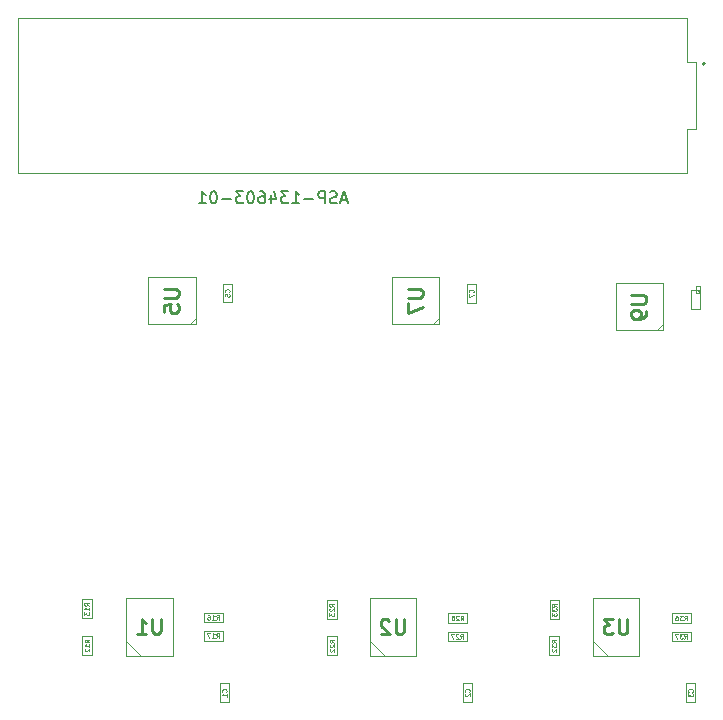
<source format=gbr>
G04 #@! TF.GenerationSoftware,KiCad,Pcbnew,(6.0.4-0)*
G04 #@! TF.CreationDate,2022-07-08T14:42:34+02:00*
G04 #@! TF.ProjectId,adapter_hybrid_assistor_hpc_3HDMI,61646170-7465-4725-9f68-79627269645f,rev?*
G04 #@! TF.SameCoordinates,Original*
G04 #@! TF.FileFunction,AssemblyDrawing,Bot*
%FSLAX46Y46*%
G04 Gerber Fmt 4.6, Leading zero omitted, Abs format (unit mm)*
G04 Created by KiCad (PCBNEW (6.0.4-0)) date 2022-07-08 14:42:34*
%MOMM*%
%LPD*%
G01*
G04 APERTURE LIST*
%ADD10C,0.060000*%
%ADD11C,0.150000*%
%ADD12C,0.254000*%
%ADD13C,0.100000*%
%ADD14C,0.200000*%
G04 APERTURE END LIST*
D10*
X123632857Y-125113333D02*
X123651904Y-125094285D01*
X123670952Y-125037142D01*
X123670952Y-124999047D01*
X123651904Y-124941904D01*
X123613809Y-124903809D01*
X123575714Y-124884761D01*
X123499523Y-124865714D01*
X123442380Y-124865714D01*
X123366190Y-124884761D01*
X123328095Y-124903809D01*
X123290000Y-124941904D01*
X123270952Y-124999047D01*
X123270952Y-125037142D01*
X123290000Y-125094285D01*
X123309047Y-125113333D01*
X123270952Y-125475238D02*
X123270952Y-125284761D01*
X123461428Y-125265714D01*
X123442380Y-125284761D01*
X123423333Y-125322857D01*
X123423333Y-125418095D01*
X123442380Y-125456190D01*
X123461428Y-125475238D01*
X123499523Y-125494285D01*
X123594761Y-125494285D01*
X123632857Y-125475238D01*
X123651904Y-125456190D01*
X123670952Y-125418095D01*
X123670952Y-125322857D01*
X123651904Y-125284761D01*
X123632857Y-125265714D01*
X144282857Y-125133333D02*
X144301904Y-125114285D01*
X144320952Y-125057142D01*
X144320952Y-125019047D01*
X144301904Y-124961904D01*
X144263809Y-124923809D01*
X144225714Y-124904761D01*
X144149523Y-124885714D01*
X144092380Y-124885714D01*
X144016190Y-124904761D01*
X143978095Y-124923809D01*
X143940000Y-124961904D01*
X143920952Y-125019047D01*
X143920952Y-125057142D01*
X143940000Y-125114285D01*
X143959047Y-125133333D01*
X143920952Y-125266666D02*
X143920952Y-125533333D01*
X144320952Y-125361904D01*
D11*
X133581904Y-117296666D02*
X133105714Y-117296666D01*
X133677142Y-117582380D02*
X133343809Y-116582380D01*
X133010476Y-117582380D01*
X132724761Y-117534761D02*
X132581904Y-117582380D01*
X132343809Y-117582380D01*
X132248571Y-117534761D01*
X132200952Y-117487142D01*
X132153333Y-117391904D01*
X132153333Y-117296666D01*
X132200952Y-117201428D01*
X132248571Y-117153809D01*
X132343809Y-117106190D01*
X132534285Y-117058571D01*
X132629523Y-117010952D01*
X132677142Y-116963333D01*
X132724761Y-116868095D01*
X132724761Y-116772857D01*
X132677142Y-116677619D01*
X132629523Y-116630000D01*
X132534285Y-116582380D01*
X132296190Y-116582380D01*
X132153333Y-116630000D01*
X131724761Y-117582380D02*
X131724761Y-116582380D01*
X131343809Y-116582380D01*
X131248571Y-116630000D01*
X131200952Y-116677619D01*
X131153333Y-116772857D01*
X131153333Y-116915714D01*
X131200952Y-117010952D01*
X131248571Y-117058571D01*
X131343809Y-117106190D01*
X131724761Y-117106190D01*
X130724761Y-117201428D02*
X129962857Y-117201428D01*
X128962857Y-117582380D02*
X129534285Y-117582380D01*
X129248571Y-117582380D02*
X129248571Y-116582380D01*
X129343809Y-116725238D01*
X129439047Y-116820476D01*
X129534285Y-116868095D01*
X128629523Y-116582380D02*
X128010476Y-116582380D01*
X128343809Y-116963333D01*
X128200952Y-116963333D01*
X128105714Y-117010952D01*
X128058095Y-117058571D01*
X128010476Y-117153809D01*
X128010476Y-117391904D01*
X128058095Y-117487142D01*
X128105714Y-117534761D01*
X128200952Y-117582380D01*
X128486666Y-117582380D01*
X128581904Y-117534761D01*
X128629523Y-117487142D01*
X127153333Y-116915714D02*
X127153333Y-117582380D01*
X127391428Y-116534761D02*
X127629523Y-117249047D01*
X127010476Y-117249047D01*
X126200952Y-116582380D02*
X126391428Y-116582380D01*
X126486666Y-116630000D01*
X126534285Y-116677619D01*
X126629523Y-116820476D01*
X126677142Y-117010952D01*
X126677142Y-117391904D01*
X126629523Y-117487142D01*
X126581904Y-117534761D01*
X126486666Y-117582380D01*
X126296190Y-117582380D01*
X126200952Y-117534761D01*
X126153333Y-117487142D01*
X126105714Y-117391904D01*
X126105714Y-117153809D01*
X126153333Y-117058571D01*
X126200952Y-117010952D01*
X126296190Y-116963333D01*
X126486666Y-116963333D01*
X126581904Y-117010952D01*
X126629523Y-117058571D01*
X126677142Y-117153809D01*
X125486666Y-116582380D02*
X125391428Y-116582380D01*
X125296190Y-116630000D01*
X125248571Y-116677619D01*
X125200952Y-116772857D01*
X125153333Y-116963333D01*
X125153333Y-117201428D01*
X125200952Y-117391904D01*
X125248571Y-117487142D01*
X125296190Y-117534761D01*
X125391428Y-117582380D01*
X125486666Y-117582380D01*
X125581904Y-117534761D01*
X125629523Y-117487142D01*
X125677142Y-117391904D01*
X125724761Y-117201428D01*
X125724761Y-116963333D01*
X125677142Y-116772857D01*
X125629523Y-116677619D01*
X125581904Y-116630000D01*
X125486666Y-116582380D01*
X124820000Y-116582380D02*
X124200952Y-116582380D01*
X124534285Y-116963333D01*
X124391428Y-116963333D01*
X124296190Y-117010952D01*
X124248571Y-117058571D01*
X124200952Y-117153809D01*
X124200952Y-117391904D01*
X124248571Y-117487142D01*
X124296190Y-117534761D01*
X124391428Y-117582380D01*
X124677142Y-117582380D01*
X124772380Y-117534761D01*
X124820000Y-117487142D01*
X123772380Y-117201428D02*
X123010476Y-117201428D01*
X122343809Y-116582380D02*
X122248571Y-116582380D01*
X122153333Y-116630000D01*
X122105714Y-116677619D01*
X122058095Y-116772857D01*
X122010476Y-116963333D01*
X122010476Y-117201428D01*
X122058095Y-117391904D01*
X122105714Y-117487142D01*
X122153333Y-117534761D01*
X122248571Y-117582380D01*
X122343809Y-117582380D01*
X122439047Y-117534761D01*
X122486666Y-117487142D01*
X122534285Y-117391904D01*
X122581904Y-117201428D01*
X122581904Y-116963333D01*
X122534285Y-116772857D01*
X122486666Y-116677619D01*
X122439047Y-116630000D01*
X122343809Y-116582380D01*
X121058095Y-117582380D02*
X121629523Y-117582380D01*
X121343809Y-117582380D02*
X121343809Y-116582380D01*
X121439047Y-116725238D01*
X121534285Y-116820476D01*
X121629523Y-116868095D01*
D12*
X138724523Y-124842380D02*
X139752619Y-124842380D01*
X139873571Y-124902857D01*
X139934047Y-124963333D01*
X139994523Y-125084285D01*
X139994523Y-125326190D01*
X139934047Y-125447142D01*
X139873571Y-125507619D01*
X139752619Y-125568095D01*
X138724523Y-125568095D01*
X138724523Y-126051904D02*
X138724523Y-126898571D01*
X139994523Y-126354285D01*
X157674523Y-125352380D02*
X158702619Y-125352380D01*
X158823571Y-125412857D01*
X158884047Y-125473333D01*
X158944523Y-125594285D01*
X158944523Y-125836190D01*
X158884047Y-125957142D01*
X158823571Y-126017619D01*
X158702619Y-126078095D01*
X157674523Y-126078095D01*
X158944523Y-126743333D02*
X158944523Y-126985238D01*
X158884047Y-127106190D01*
X158823571Y-127166666D01*
X158642142Y-127287619D01*
X158400238Y-127348095D01*
X157916428Y-127348095D01*
X157795476Y-127287619D01*
X157735000Y-127227142D01*
X157674523Y-127106190D01*
X157674523Y-126864285D01*
X157735000Y-126743333D01*
X157795476Y-126682857D01*
X157916428Y-126622380D01*
X158218809Y-126622380D01*
X158339761Y-126682857D01*
X158400238Y-126743333D01*
X158460714Y-126864285D01*
X158460714Y-127106190D01*
X158400238Y-127227142D01*
X158339761Y-127287619D01*
X158218809Y-127348095D01*
X118094523Y-124842380D02*
X119122619Y-124842380D01*
X119243571Y-124902857D01*
X119304047Y-124963333D01*
X119364523Y-125084285D01*
X119364523Y-125326190D01*
X119304047Y-125447142D01*
X119243571Y-125507619D01*
X119122619Y-125568095D01*
X118094523Y-125568095D01*
X118094523Y-126777619D02*
X118094523Y-126172857D01*
X118699285Y-126112380D01*
X118638809Y-126172857D01*
X118578333Y-126293809D01*
X118578333Y-126596190D01*
X118638809Y-126717142D01*
X118699285Y-126777619D01*
X118820238Y-126838095D01*
X119122619Y-126838095D01*
X119243571Y-126777619D01*
X119304047Y-126717142D01*
X119364523Y-126596190D01*
X119364523Y-126293809D01*
X119304047Y-126172857D01*
X119243571Y-126112380D01*
D10*
X163486857Y-124804333D02*
X163505904Y-124785285D01*
X163524952Y-124728142D01*
X163524952Y-124690047D01*
X163505904Y-124632904D01*
X163467809Y-124594809D01*
X163429714Y-124575761D01*
X163353523Y-124556714D01*
X163296380Y-124556714D01*
X163220190Y-124575761D01*
X163182095Y-124594809D01*
X163144000Y-124632904D01*
X163124952Y-124690047D01*
X163124952Y-124728142D01*
X163144000Y-124785285D01*
X163163047Y-124804333D01*
X163524952Y-124994809D02*
X163524952Y-125071000D01*
X163505904Y-125109095D01*
X163486857Y-125128142D01*
X163429714Y-125166238D01*
X163353523Y-125185285D01*
X163201142Y-125185285D01*
X163163047Y-125166238D01*
X163144000Y-125147190D01*
X163124952Y-125109095D01*
X163124952Y-125032904D01*
X163144000Y-124994809D01*
X163163047Y-124975761D01*
X163201142Y-124956714D01*
X163296380Y-124956714D01*
X163334476Y-124975761D01*
X163353523Y-124994809D01*
X163372571Y-125032904D01*
X163372571Y-125109095D01*
X163353523Y-125147190D01*
X163334476Y-125166238D01*
X163296380Y-125185285D01*
X162842857Y-158943333D02*
X162861904Y-158924285D01*
X162880952Y-158867142D01*
X162880952Y-158829047D01*
X162861904Y-158771904D01*
X162823809Y-158733809D01*
X162785714Y-158714761D01*
X162709523Y-158695714D01*
X162652380Y-158695714D01*
X162576190Y-158714761D01*
X162538095Y-158733809D01*
X162500000Y-158771904D01*
X162480952Y-158829047D01*
X162480952Y-158867142D01*
X162500000Y-158924285D01*
X162519047Y-158943333D01*
X162480952Y-159076666D02*
X162480952Y-159324285D01*
X162633333Y-159190952D01*
X162633333Y-159248095D01*
X162652380Y-159286190D01*
X162671428Y-159305238D01*
X162709523Y-159324285D01*
X162804761Y-159324285D01*
X162842857Y-159305238D01*
X162861904Y-159286190D01*
X162880952Y-159248095D01*
X162880952Y-159133809D01*
X162861904Y-159095714D01*
X162842857Y-159076666D01*
X143212142Y-152900952D02*
X143345476Y-152710476D01*
X143440714Y-152900952D02*
X143440714Y-152500952D01*
X143288333Y-152500952D01*
X143250238Y-152520000D01*
X143231190Y-152539047D01*
X143212142Y-152577142D01*
X143212142Y-152634285D01*
X143231190Y-152672380D01*
X143250238Y-152691428D01*
X143288333Y-152710476D01*
X143440714Y-152710476D01*
X143059761Y-152539047D02*
X143040714Y-152520000D01*
X143002619Y-152500952D01*
X142907380Y-152500952D01*
X142869285Y-152520000D01*
X142850238Y-152539047D01*
X142831190Y-152577142D01*
X142831190Y-152615238D01*
X142850238Y-152672380D01*
X143078809Y-152900952D01*
X142831190Y-152900952D01*
X142488333Y-152500952D02*
X142564523Y-152500952D01*
X142602619Y-152520000D01*
X142621666Y-152539047D01*
X142659761Y-152596190D01*
X142678809Y-152672380D01*
X142678809Y-152824761D01*
X142659761Y-152862857D01*
X142640714Y-152881904D01*
X142602619Y-152900952D01*
X142526428Y-152900952D01*
X142488333Y-152881904D01*
X142469285Y-152862857D01*
X142450238Y-152824761D01*
X142450238Y-152729523D01*
X142469285Y-152691428D01*
X142488333Y-152672380D01*
X142526428Y-152653333D01*
X142602619Y-152653333D01*
X142640714Y-152672380D01*
X142659761Y-152691428D01*
X142678809Y-152729523D01*
X111780952Y-154767857D02*
X111590476Y-154634523D01*
X111780952Y-154539285D02*
X111380952Y-154539285D01*
X111380952Y-154691666D01*
X111400000Y-154729761D01*
X111419047Y-154748809D01*
X111457142Y-154767857D01*
X111514285Y-154767857D01*
X111552380Y-154748809D01*
X111571428Y-154729761D01*
X111590476Y-154691666D01*
X111590476Y-154539285D01*
X111780952Y-155148809D02*
X111780952Y-154920238D01*
X111780952Y-155034523D02*
X111380952Y-155034523D01*
X111438095Y-154996428D01*
X111476190Y-154958333D01*
X111495238Y-154920238D01*
X111419047Y-155301190D02*
X111400000Y-155320238D01*
X111380952Y-155358333D01*
X111380952Y-155453571D01*
X111400000Y-155491666D01*
X111419047Y-155510714D01*
X111457142Y-155529761D01*
X111495238Y-155529761D01*
X111552380Y-155510714D01*
X111780952Y-155282142D01*
X111780952Y-155529761D01*
D12*
X117846619Y-152744523D02*
X117846619Y-153772619D01*
X117786142Y-153893571D01*
X117725666Y-153954047D01*
X117604714Y-154014523D01*
X117362809Y-154014523D01*
X117241857Y-153954047D01*
X117181380Y-153893571D01*
X117120904Y-153772619D01*
X117120904Y-152744523D01*
X115850904Y-154014523D02*
X116576619Y-154014523D01*
X116213761Y-154014523D02*
X116213761Y-152744523D01*
X116334714Y-152925952D01*
X116455666Y-153046904D01*
X116576619Y-153107380D01*
X157327619Y-152794523D02*
X157327619Y-153822619D01*
X157267142Y-153943571D01*
X157206666Y-154004047D01*
X157085714Y-154064523D01*
X156843809Y-154064523D01*
X156722857Y-154004047D01*
X156662380Y-153943571D01*
X156601904Y-153822619D01*
X156601904Y-152794523D01*
X156118095Y-152794523D02*
X155331904Y-152794523D01*
X155755238Y-153278333D01*
X155573809Y-153278333D01*
X155452857Y-153338809D01*
X155392380Y-153399285D01*
X155331904Y-153520238D01*
X155331904Y-153822619D01*
X155392380Y-153943571D01*
X155452857Y-154004047D01*
X155573809Y-154064523D01*
X155936666Y-154064523D01*
X156057619Y-154004047D01*
X156118095Y-153943571D01*
X138437619Y-152794523D02*
X138437619Y-153822619D01*
X138377142Y-153943571D01*
X138316666Y-154004047D01*
X138195714Y-154064523D01*
X137953809Y-154064523D01*
X137832857Y-154004047D01*
X137772380Y-153943571D01*
X137711904Y-153822619D01*
X137711904Y-152794523D01*
X137167619Y-152915476D02*
X137107142Y-152855000D01*
X136986190Y-152794523D01*
X136683809Y-152794523D01*
X136562857Y-152855000D01*
X136502380Y-152915476D01*
X136441904Y-153036428D01*
X136441904Y-153157380D01*
X136502380Y-153338809D01*
X137228095Y-154064523D01*
X136441904Y-154064523D01*
D10*
X162162142Y-152900952D02*
X162295476Y-152710476D01*
X162390714Y-152900952D02*
X162390714Y-152500952D01*
X162238333Y-152500952D01*
X162200238Y-152520000D01*
X162181190Y-152539047D01*
X162162142Y-152577142D01*
X162162142Y-152634285D01*
X162181190Y-152672380D01*
X162200238Y-152691428D01*
X162238333Y-152710476D01*
X162390714Y-152710476D01*
X162028809Y-152500952D02*
X161781190Y-152500952D01*
X161914523Y-152653333D01*
X161857380Y-152653333D01*
X161819285Y-152672380D01*
X161800238Y-152691428D01*
X161781190Y-152729523D01*
X161781190Y-152824761D01*
X161800238Y-152862857D01*
X161819285Y-152881904D01*
X161857380Y-152900952D01*
X161971666Y-152900952D01*
X162009761Y-152881904D01*
X162028809Y-152862857D01*
X161438333Y-152500952D02*
X161514523Y-152500952D01*
X161552619Y-152520000D01*
X161571666Y-152539047D01*
X161609761Y-152596190D01*
X161628809Y-152672380D01*
X161628809Y-152824761D01*
X161609761Y-152862857D01*
X161590714Y-152881904D01*
X161552619Y-152900952D01*
X161476428Y-152900952D01*
X161438333Y-152881904D01*
X161419285Y-152862857D01*
X161400238Y-152824761D01*
X161400238Y-152729523D01*
X161419285Y-152691428D01*
X161438333Y-152672380D01*
X161476428Y-152653333D01*
X161552619Y-152653333D01*
X161590714Y-152672380D01*
X161609761Y-152691428D01*
X161628809Y-152729523D01*
X122542142Y-152830952D02*
X122675476Y-152640476D01*
X122770714Y-152830952D02*
X122770714Y-152430952D01*
X122618333Y-152430952D01*
X122580238Y-152450000D01*
X122561190Y-152469047D01*
X122542142Y-152507142D01*
X122542142Y-152564285D01*
X122561190Y-152602380D01*
X122580238Y-152621428D01*
X122618333Y-152640476D01*
X122770714Y-152640476D01*
X122161190Y-152830952D02*
X122389761Y-152830952D01*
X122275476Y-152830952D02*
X122275476Y-152430952D01*
X122313571Y-152488095D01*
X122351666Y-152526190D01*
X122389761Y-152545238D01*
X121818333Y-152430952D02*
X121894523Y-152430952D01*
X121932619Y-152450000D01*
X121951666Y-152469047D01*
X121989761Y-152526190D01*
X122008809Y-152602380D01*
X122008809Y-152754761D01*
X121989761Y-152792857D01*
X121970714Y-152811904D01*
X121932619Y-152830952D01*
X121856428Y-152830952D01*
X121818333Y-152811904D01*
X121799285Y-152792857D01*
X121780238Y-152754761D01*
X121780238Y-152659523D01*
X121799285Y-152621428D01*
X121818333Y-152602380D01*
X121856428Y-152583333D01*
X121932619Y-152583333D01*
X121970714Y-152602380D01*
X121989761Y-152621428D01*
X122008809Y-152659523D01*
X143192142Y-154450952D02*
X143325476Y-154260476D01*
X143420714Y-154450952D02*
X143420714Y-154050952D01*
X143268333Y-154050952D01*
X143230238Y-154070000D01*
X143211190Y-154089047D01*
X143192142Y-154127142D01*
X143192142Y-154184285D01*
X143211190Y-154222380D01*
X143230238Y-154241428D01*
X143268333Y-154260476D01*
X143420714Y-154260476D01*
X143039761Y-154089047D02*
X143020714Y-154070000D01*
X142982619Y-154050952D01*
X142887380Y-154050952D01*
X142849285Y-154070000D01*
X142830238Y-154089047D01*
X142811190Y-154127142D01*
X142811190Y-154165238D01*
X142830238Y-154222380D01*
X143058809Y-154450952D01*
X142811190Y-154450952D01*
X142677857Y-154050952D02*
X142411190Y-154050952D01*
X142582619Y-154450952D01*
X132530952Y-154787857D02*
X132340476Y-154654523D01*
X132530952Y-154559285D02*
X132130952Y-154559285D01*
X132130952Y-154711666D01*
X132150000Y-154749761D01*
X132169047Y-154768809D01*
X132207142Y-154787857D01*
X132264285Y-154787857D01*
X132302380Y-154768809D01*
X132321428Y-154749761D01*
X132340476Y-154711666D01*
X132340476Y-154559285D01*
X132169047Y-154940238D02*
X132150000Y-154959285D01*
X132130952Y-154997380D01*
X132130952Y-155092619D01*
X132150000Y-155130714D01*
X132169047Y-155149761D01*
X132207142Y-155168809D01*
X132245238Y-155168809D01*
X132302380Y-155149761D01*
X132530952Y-154921190D01*
X132530952Y-155168809D01*
X132169047Y-155321190D02*
X132150000Y-155340238D01*
X132130952Y-155378333D01*
X132130952Y-155473571D01*
X132150000Y-155511666D01*
X132169047Y-155530714D01*
X132207142Y-155549761D01*
X132245238Y-155549761D01*
X132302380Y-155530714D01*
X132530952Y-155302142D01*
X132530952Y-155549761D01*
X123372857Y-158963333D02*
X123391904Y-158944285D01*
X123410952Y-158887142D01*
X123410952Y-158849047D01*
X123391904Y-158791904D01*
X123353809Y-158753809D01*
X123315714Y-158734761D01*
X123239523Y-158715714D01*
X123182380Y-158715714D01*
X123106190Y-158734761D01*
X123068095Y-158753809D01*
X123030000Y-158791904D01*
X123010952Y-158849047D01*
X123010952Y-158887142D01*
X123030000Y-158944285D01*
X123049047Y-158963333D01*
X123410952Y-159344285D02*
X123410952Y-159115714D01*
X123410952Y-159230000D02*
X123010952Y-159230000D01*
X123068095Y-159191904D01*
X123106190Y-159153809D01*
X123125238Y-159115714D01*
X132510952Y-151747857D02*
X132320476Y-151614523D01*
X132510952Y-151519285D02*
X132110952Y-151519285D01*
X132110952Y-151671666D01*
X132130000Y-151709761D01*
X132149047Y-151728809D01*
X132187142Y-151747857D01*
X132244285Y-151747857D01*
X132282380Y-151728809D01*
X132301428Y-151709761D01*
X132320476Y-151671666D01*
X132320476Y-151519285D01*
X132149047Y-151900238D02*
X132130000Y-151919285D01*
X132110952Y-151957380D01*
X132110952Y-152052619D01*
X132130000Y-152090714D01*
X132149047Y-152109761D01*
X132187142Y-152128809D01*
X132225238Y-152128809D01*
X132282380Y-152109761D01*
X132510952Y-151881190D01*
X132510952Y-152128809D01*
X132110952Y-152262142D02*
X132110952Y-152509761D01*
X132263333Y-152376428D01*
X132263333Y-152433571D01*
X132282380Y-152471666D01*
X132301428Y-152490714D01*
X132339523Y-152509761D01*
X132434761Y-152509761D01*
X132472857Y-152490714D01*
X132491904Y-152471666D01*
X132510952Y-152433571D01*
X132510952Y-152319285D01*
X132491904Y-152281190D01*
X132472857Y-152262142D01*
X151330952Y-154787857D02*
X151140476Y-154654523D01*
X151330952Y-154559285D02*
X150930952Y-154559285D01*
X150930952Y-154711666D01*
X150950000Y-154749761D01*
X150969047Y-154768809D01*
X151007142Y-154787857D01*
X151064285Y-154787857D01*
X151102380Y-154768809D01*
X151121428Y-154749761D01*
X151140476Y-154711666D01*
X151140476Y-154559285D01*
X150930952Y-154921190D02*
X150930952Y-155168809D01*
X151083333Y-155035476D01*
X151083333Y-155092619D01*
X151102380Y-155130714D01*
X151121428Y-155149761D01*
X151159523Y-155168809D01*
X151254761Y-155168809D01*
X151292857Y-155149761D01*
X151311904Y-155130714D01*
X151330952Y-155092619D01*
X151330952Y-154978333D01*
X151311904Y-154940238D01*
X151292857Y-154921190D01*
X150969047Y-155321190D02*
X150950000Y-155340238D01*
X150930952Y-155378333D01*
X150930952Y-155473571D01*
X150950000Y-155511666D01*
X150969047Y-155530714D01*
X151007142Y-155549761D01*
X151045238Y-155549761D01*
X151102380Y-155530714D01*
X151330952Y-155302142D01*
X151330952Y-155549761D01*
X143942857Y-158943333D02*
X143961904Y-158924285D01*
X143980952Y-158867142D01*
X143980952Y-158829047D01*
X143961904Y-158771904D01*
X143923809Y-158733809D01*
X143885714Y-158714761D01*
X143809523Y-158695714D01*
X143752380Y-158695714D01*
X143676190Y-158714761D01*
X143638095Y-158733809D01*
X143600000Y-158771904D01*
X143580952Y-158829047D01*
X143580952Y-158867142D01*
X143600000Y-158924285D01*
X143619047Y-158943333D01*
X143619047Y-159095714D02*
X143600000Y-159114761D01*
X143580952Y-159152857D01*
X143580952Y-159248095D01*
X143600000Y-159286190D01*
X143619047Y-159305238D01*
X143657142Y-159324285D01*
X143695238Y-159324285D01*
X143752380Y-159305238D01*
X143980952Y-159076666D01*
X143980952Y-159324285D01*
X151340952Y-151747857D02*
X151150476Y-151614523D01*
X151340952Y-151519285D02*
X150940952Y-151519285D01*
X150940952Y-151671666D01*
X150960000Y-151709761D01*
X150979047Y-151728809D01*
X151017142Y-151747857D01*
X151074285Y-151747857D01*
X151112380Y-151728809D01*
X151131428Y-151709761D01*
X151150476Y-151671666D01*
X151150476Y-151519285D01*
X150940952Y-151881190D02*
X150940952Y-152128809D01*
X151093333Y-151995476D01*
X151093333Y-152052619D01*
X151112380Y-152090714D01*
X151131428Y-152109761D01*
X151169523Y-152128809D01*
X151264761Y-152128809D01*
X151302857Y-152109761D01*
X151321904Y-152090714D01*
X151340952Y-152052619D01*
X151340952Y-151938333D01*
X151321904Y-151900238D01*
X151302857Y-151881190D01*
X150940952Y-152262142D02*
X150940952Y-152509761D01*
X151093333Y-152376428D01*
X151093333Y-152433571D01*
X151112380Y-152471666D01*
X151131428Y-152490714D01*
X151169523Y-152509761D01*
X151264761Y-152509761D01*
X151302857Y-152490714D01*
X151321904Y-152471666D01*
X151340952Y-152433571D01*
X151340952Y-152319285D01*
X151321904Y-152281190D01*
X151302857Y-152262142D01*
X111770952Y-151662857D02*
X111580476Y-151529523D01*
X111770952Y-151434285D02*
X111370952Y-151434285D01*
X111370952Y-151586666D01*
X111390000Y-151624761D01*
X111409047Y-151643809D01*
X111447142Y-151662857D01*
X111504285Y-151662857D01*
X111542380Y-151643809D01*
X111561428Y-151624761D01*
X111580476Y-151586666D01*
X111580476Y-151434285D01*
X111770952Y-152043809D02*
X111770952Y-151815238D01*
X111770952Y-151929523D02*
X111370952Y-151929523D01*
X111428095Y-151891428D01*
X111466190Y-151853333D01*
X111485238Y-151815238D01*
X111370952Y-152177142D02*
X111370952Y-152424761D01*
X111523333Y-152291428D01*
X111523333Y-152348571D01*
X111542380Y-152386666D01*
X111561428Y-152405714D01*
X111599523Y-152424761D01*
X111694761Y-152424761D01*
X111732857Y-152405714D01*
X111751904Y-152386666D01*
X111770952Y-152348571D01*
X111770952Y-152234285D01*
X111751904Y-152196190D01*
X111732857Y-152177142D01*
X162142142Y-154450952D02*
X162275476Y-154260476D01*
X162370714Y-154450952D02*
X162370714Y-154050952D01*
X162218333Y-154050952D01*
X162180238Y-154070000D01*
X162161190Y-154089047D01*
X162142142Y-154127142D01*
X162142142Y-154184285D01*
X162161190Y-154222380D01*
X162180238Y-154241428D01*
X162218333Y-154260476D01*
X162370714Y-154260476D01*
X162008809Y-154050952D02*
X161761190Y-154050952D01*
X161894523Y-154203333D01*
X161837380Y-154203333D01*
X161799285Y-154222380D01*
X161780238Y-154241428D01*
X161761190Y-154279523D01*
X161761190Y-154374761D01*
X161780238Y-154412857D01*
X161799285Y-154431904D01*
X161837380Y-154450952D01*
X161951666Y-154450952D01*
X161989761Y-154431904D01*
X162008809Y-154412857D01*
X161627857Y-154050952D02*
X161361190Y-154050952D01*
X161532619Y-154450952D01*
X122537142Y-154370952D02*
X122670476Y-154180476D01*
X122765714Y-154370952D02*
X122765714Y-153970952D01*
X122613333Y-153970952D01*
X122575238Y-153990000D01*
X122556190Y-154009047D01*
X122537142Y-154047142D01*
X122537142Y-154104285D01*
X122556190Y-154142380D01*
X122575238Y-154161428D01*
X122613333Y-154180476D01*
X122765714Y-154180476D01*
X122156190Y-154370952D02*
X122384761Y-154370952D01*
X122270476Y-154370952D02*
X122270476Y-153970952D01*
X122308571Y-154028095D01*
X122346666Y-154066190D01*
X122384761Y-154085238D01*
X122022857Y-153970952D02*
X121756190Y-153970952D01*
X121927619Y-154370952D01*
D13*
X123890000Y-125980000D02*
X123090000Y-125980000D01*
X123890000Y-124380000D02*
X123890000Y-125980000D01*
X123090000Y-125980000D02*
X123090000Y-124380000D01*
X123090000Y-124380000D02*
X123890000Y-124380000D01*
X143740000Y-124400000D02*
X144540000Y-124400000D01*
X143740000Y-126000000D02*
X143740000Y-124400000D01*
X144540000Y-124400000D02*
X144540000Y-126000000D01*
X144540000Y-126000000D02*
X143740000Y-126000000D01*
X105730000Y-115055000D02*
X162360000Y-115055000D01*
X162360000Y-115055000D02*
X162360000Y-111305000D01*
X105730000Y-101855000D02*
X105730000Y-115055000D01*
X162360000Y-111305000D02*
X163160000Y-111305000D01*
X162360000Y-105605000D02*
X162360000Y-101855000D01*
X163160000Y-111305000D02*
X163160000Y-105605000D01*
X163160000Y-105605000D02*
X162360000Y-105605000D01*
X162360000Y-101855000D02*
X105730000Y-101855000D01*
D14*
X163895000Y-105755000D02*
G75*
G03*
X163895000Y-105755000I-100000J0D01*
G01*
D13*
X141420000Y-123810000D02*
X137420000Y-123810000D01*
X141420000Y-127810000D02*
X141420000Y-123810000D01*
X140920000Y-127810000D02*
X141420000Y-127310000D01*
X137420000Y-127810000D02*
X141420000Y-127810000D01*
X137420000Y-123810000D02*
X137420000Y-127810000D01*
X159870000Y-128320000D02*
X160370000Y-127820000D01*
X156370000Y-128320000D02*
X160370000Y-128320000D01*
X160370000Y-124320000D02*
X156370000Y-124320000D01*
X156370000Y-124320000D02*
X156370000Y-128320000D01*
X160370000Y-128320000D02*
X160370000Y-124320000D01*
X120290000Y-127810000D02*
X120790000Y-127310000D01*
X120790000Y-123810000D02*
X116790000Y-123810000D01*
X120790000Y-127810000D02*
X120790000Y-123810000D01*
X116790000Y-127810000D02*
X120790000Y-127810000D01*
X116790000Y-123810000D02*
X116790000Y-127810000D01*
X163490000Y-124960000D02*
X163490000Y-126560000D01*
X162690000Y-124960000D02*
X163490000Y-124960000D01*
X163490000Y-126560000D02*
X162690000Y-126560000D01*
X162690000Y-126560000D02*
X162690000Y-124960000D01*
X163100000Y-159810000D02*
X162300000Y-159810000D01*
X162300000Y-159810000D02*
X162300000Y-158210000D01*
X162300000Y-158210000D02*
X163100000Y-158210000D01*
X163100000Y-158210000D02*
X163100000Y-159810000D01*
X143755000Y-153132500D02*
X143755000Y-152307500D01*
X142155000Y-152307500D02*
X142155000Y-153132500D01*
X142155000Y-153132500D02*
X143755000Y-153132500D01*
X143755000Y-152307500D02*
X142155000Y-152307500D01*
X112012500Y-154225000D02*
X111187500Y-154225000D01*
X111187500Y-155825000D02*
X112012500Y-155825000D01*
X111187500Y-154225000D02*
X111187500Y-155825000D01*
X112012500Y-155825000D02*
X112012500Y-154225000D01*
X118827000Y-150988000D02*
X114931000Y-150988000D01*
X114931000Y-155892000D02*
X118827000Y-155892000D01*
X118827000Y-155892000D02*
X118827000Y-150988000D01*
X114931000Y-150988000D02*
X114931000Y-155892000D01*
X114931000Y-154622000D02*
X116201000Y-155892000D01*
X158308000Y-151038000D02*
X154412000Y-151038000D01*
X154412000Y-151038000D02*
X154412000Y-155942000D01*
X154412000Y-154672000D02*
X155682000Y-155942000D01*
X154412000Y-155942000D02*
X158308000Y-155942000D01*
X158308000Y-155942000D02*
X158308000Y-151038000D01*
X135522000Y-151038000D02*
X135522000Y-155942000D01*
X135522000Y-155942000D02*
X139418000Y-155942000D01*
X135522000Y-154672000D02*
X136792000Y-155942000D01*
X139418000Y-155942000D02*
X139418000Y-151038000D01*
X139418000Y-151038000D02*
X135522000Y-151038000D01*
X162705000Y-153132500D02*
X162705000Y-152307500D01*
X161105000Y-153132500D02*
X162705000Y-153132500D01*
X162705000Y-152307500D02*
X161105000Y-152307500D01*
X161105000Y-152307500D02*
X161105000Y-153132500D01*
X123085000Y-153062500D02*
X123085000Y-152237500D01*
X123085000Y-152237500D02*
X121485000Y-152237500D01*
X121485000Y-153062500D02*
X123085000Y-153062500D01*
X121485000Y-152237500D02*
X121485000Y-153062500D01*
X143735000Y-153857500D02*
X142135000Y-153857500D01*
X143735000Y-154682500D02*
X143735000Y-153857500D01*
X142135000Y-154682500D02*
X143735000Y-154682500D01*
X142135000Y-153857500D02*
X142135000Y-154682500D01*
X131937500Y-154245000D02*
X131937500Y-155845000D01*
X132762500Y-155845000D02*
X132762500Y-154245000D01*
X132762500Y-154245000D02*
X131937500Y-154245000D01*
X131937500Y-155845000D02*
X132762500Y-155845000D01*
X123630000Y-158230000D02*
X123630000Y-159830000D01*
X122830000Y-158230000D02*
X123630000Y-158230000D01*
X122830000Y-159830000D02*
X122830000Y-158230000D01*
X123630000Y-159830000D02*
X122830000Y-159830000D01*
X131917500Y-151205000D02*
X131917500Y-152805000D01*
X132742500Y-152805000D02*
X132742500Y-151205000D01*
X131917500Y-152805000D02*
X132742500Y-152805000D01*
X132742500Y-151205000D02*
X131917500Y-151205000D01*
X150737500Y-155845000D02*
X151562500Y-155845000D01*
X151562500Y-155845000D02*
X151562500Y-154245000D01*
X150737500Y-154245000D02*
X150737500Y-155845000D01*
X151562500Y-154245000D02*
X150737500Y-154245000D01*
X143400000Y-158210000D02*
X144200000Y-158210000D01*
X144200000Y-158210000D02*
X144200000Y-159810000D01*
X143400000Y-159810000D02*
X143400000Y-158210000D01*
X144200000Y-159810000D02*
X143400000Y-159810000D01*
X151572500Y-152805000D02*
X151572500Y-151205000D01*
X150747500Y-152805000D02*
X151572500Y-152805000D01*
X151572500Y-151205000D02*
X150747500Y-151205000D01*
X150747500Y-151205000D02*
X150747500Y-152805000D01*
X111177500Y-152720000D02*
X112002500Y-152720000D01*
X112002500Y-152720000D02*
X112002500Y-151120000D01*
X112002500Y-151120000D02*
X111177500Y-151120000D01*
X111177500Y-151120000D02*
X111177500Y-152720000D01*
X162685000Y-153857500D02*
X161085000Y-153857500D01*
X161085000Y-153857500D02*
X161085000Y-154682500D01*
X162685000Y-154682500D02*
X162685000Y-153857500D01*
X161085000Y-154682500D02*
X162685000Y-154682500D01*
X123080000Y-154602500D02*
X123080000Y-153777500D01*
X123080000Y-153777500D02*
X121480000Y-153777500D01*
X121480000Y-153777500D02*
X121480000Y-154602500D01*
X121480000Y-154602500D02*
X123080000Y-154602500D01*
M02*

</source>
